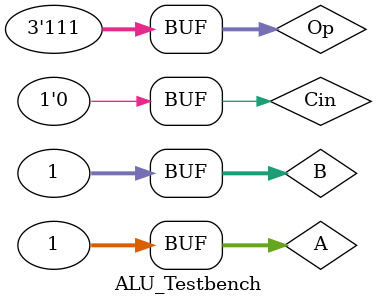
<source format=v>
module ALU_Testbench;

parameter N = 31;

reg [N:0]A;
reg [N:0]B;
reg Cin;
reg [2:0] Op;

wire [N:0] Sum;
wire [1:0] Status;
wire [1:0] Status2;


ALU dut(.A(A),.B(B),.Cin(Cin), .Op(Op), .Sum(Sum), .Status(Status), .Status2(Status2));

initial begin
	A = 31'b0;
	B = 31'b0;
	Cin = 1'b0;
	Op = 3'b0;
	#100;
	A = 31'b1;
	#20;
	B = 31'b1;
	#20;
	Op = 001;
	#20;
	Op = 010;
	#20
	Op = 011;
	#20;
	Op = 100;
	#20;
	Op = 101;
	#20;
	Op = 110;
	#20;
	Op = 111;
end
endmodule
	
</source>
